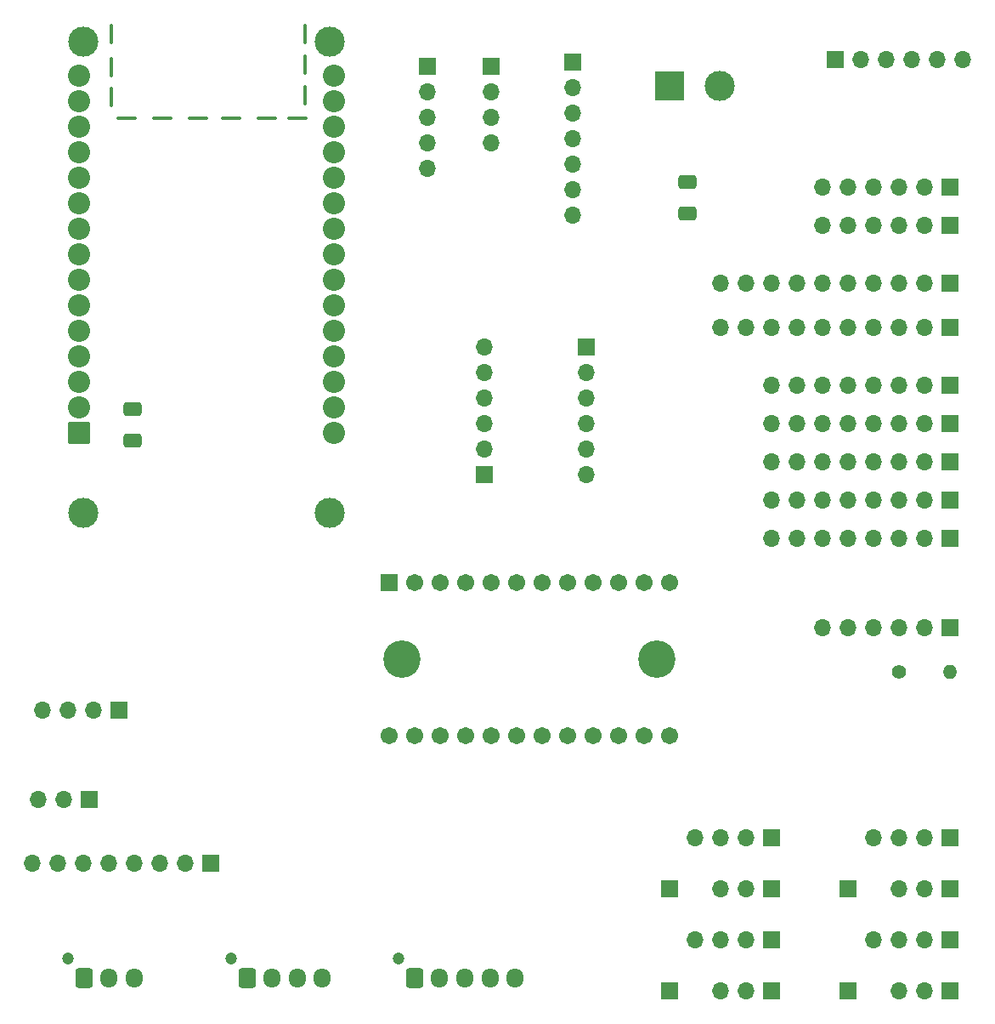
<source format=gbr>
%TF.GenerationSoftware,KiCad,Pcbnew,8.0.3*%
%TF.CreationDate,2024-11-19T22:16:28+01:00*%
%TF.ProjectId,weerstation-main,77656572-7374-4617-9469-6f6e2d6d6169,rev?*%
%TF.SameCoordinates,Original*%
%TF.FileFunction,Soldermask,Top*%
%TF.FilePolarity,Negative*%
%FSLAX46Y46*%
G04 Gerber Fmt 4.6, Leading zero omitted, Abs format (unit mm)*
G04 Created by KiCad (PCBNEW 8.0.3) date 2024-11-19 22:16:28*
%MOMM*%
%LPD*%
G01*
G04 APERTURE LIST*
G04 Aperture macros list*
%AMRoundRect*
0 Rectangle with rounded corners*
0 $1 Rounding radius*
0 $2 $3 $4 $5 $6 $7 $8 $9 X,Y pos of 4 corners*
0 Add a 4 corners polygon primitive as box body*
4,1,4,$2,$3,$4,$5,$6,$7,$8,$9,$2,$3,0*
0 Add four circle primitives for the rounded corners*
1,1,$1+$1,$2,$3*
1,1,$1+$1,$4,$5*
1,1,$1+$1,$6,$7*
1,1,$1+$1,$8,$9*
0 Add four rect primitives between the rounded corners*
20,1,$1+$1,$2,$3,$4,$5,0*
20,1,$1+$1,$4,$5,$6,$7,0*
20,1,$1+$1,$6,$7,$8,$9,0*
20,1,$1+$1,$8,$9,$2,$3,0*%
G04 Aperture macros list end*
%ADD10O,2.000000X0.400000*%
%ADD11C,1.400000*%
%ADD12O,1.400000X1.400000*%
%ADD13O,0.400000X2.000000*%
%ADD14RoundRect,0.250000X0.650000X-0.412500X0.650000X0.412500X-0.650000X0.412500X-0.650000X-0.412500X0*%
%ADD15C,1.200000*%
%ADD16RoundRect,0.250000X-0.600000X-0.725000X0.600000X-0.725000X0.600000X0.725000X-0.600000X0.725000X0*%
%ADD17O,1.700000X1.950000*%
%ADD18R,1.700000X1.700000*%
%ADD19O,1.700000X1.700000*%
%ADD20RoundRect,0.102000X-0.754000X0.754000X-0.754000X-0.754000X0.754000X-0.754000X0.754000X0.754000X0*%
%ADD21C,1.712000*%
%ADD22C,3.720000*%
%ADD23R,3.000000X3.000000*%
%ADD24C,3.000000*%
%ADD25RoundRect,0.102000X-1.000000X-1.000000X1.000000X-1.000000X1.000000X1.000000X-1.000000X1.000000X0*%
%ADD26C,2.204000*%
G04 APERTURE END LIST*
D10*
%TO.C,H7*%
X37592000Y-22352000D03*
%TD*%
D11*
%TO.C,R1*%
X104140000Y-77470000D03*
D12*
X109220000Y-77470000D03*
%TD*%
D10*
%TO.C,H6*%
X41148000Y-22352000D03*
%TD*%
D13*
%TO.C,H12*%
X44958000Y-13970000D03*
%TD*%
%TO.C,H11*%
X44958000Y-17018000D03*
%TD*%
%TO.C,H1*%
X25654000Y-17272000D03*
%TD*%
%TO.C,H2*%
X25654000Y-20252000D03*
%TD*%
D14*
%TO.C,C8*%
X83058000Y-31788500D03*
X83058000Y-28663500D03*
%TD*%
D10*
%TO.C,H8*%
X30734000Y-22352000D03*
%TD*%
D13*
%TO.C,H4*%
X25654000Y-13970000D03*
%TD*%
D10*
%TO.C,H5*%
X34290000Y-22352000D03*
%TD*%
D14*
%TO.C,C1*%
X27787600Y-54415500D03*
X27787600Y-51290500D03*
%TD*%
D10*
%TO.C,H9*%
X44196000Y-22352000D03*
%TD*%
%TO.C,H3*%
X27178000Y-22352000D03*
%TD*%
D13*
%TO.C,H10*%
X44958000Y-20066000D03*
%TD*%
D15*
%TO.C,J2*%
X54280000Y-105950000D03*
D16*
X55880000Y-107950000D03*
D17*
X58380000Y-107950000D03*
X60880000Y-107950000D03*
X63380000Y-107950000D03*
X65880000Y-107950000D03*
%TD*%
D18*
%TO.C,J21*%
X91440000Y-93980000D03*
D19*
X88900000Y-93980000D03*
X86360000Y-93980000D03*
X83820000Y-93980000D03*
%TD*%
D18*
%TO.C,J8*%
X109220000Y-60325000D03*
D19*
X106680000Y-60325000D03*
X104140000Y-60325000D03*
X101600000Y-60325000D03*
X99060000Y-60325000D03*
X96520000Y-60325000D03*
X93980000Y-60325000D03*
X91440000Y-60325000D03*
%TD*%
D18*
%TO.C,J34*%
X62865000Y-57785000D03*
D19*
X62865000Y-55245000D03*
X62865000Y-52705000D03*
X62865000Y-50165000D03*
X62865000Y-47625000D03*
X62865000Y-45085000D03*
%TD*%
D18*
%TO.C,J6*%
X109220000Y-99060000D03*
D19*
X106680000Y-99060000D03*
X104140000Y-99060000D03*
%TD*%
D18*
%TO.C,J4*%
X97790000Y-16510000D03*
D19*
X100330000Y-16510000D03*
X102870000Y-16510000D03*
X105410000Y-16510000D03*
X107950000Y-16510000D03*
X110490000Y-16510000D03*
%TD*%
D18*
%TO.C,J28*%
X23495000Y-90170000D03*
D19*
X20955000Y-90170000D03*
X18415000Y-90170000D03*
%TD*%
D18*
%TO.C,J29*%
X109220000Y-38735000D03*
D19*
X106680000Y-38735000D03*
X104140000Y-38735000D03*
X101600000Y-38735000D03*
X99060000Y-38735000D03*
X96520000Y-38735000D03*
X93980000Y-38735000D03*
X91440000Y-38735000D03*
X88900000Y-38735000D03*
X86360000Y-38735000D03*
%TD*%
D18*
%TO.C,J20*%
X91440000Y-99060000D03*
D19*
X88900000Y-99060000D03*
X86360000Y-99060000D03*
%TD*%
D15*
%TO.C,J32*%
X37592000Y-105950000D03*
D16*
X39192000Y-107950000D03*
D17*
X41692000Y-107950000D03*
X44192000Y-107950000D03*
X46692000Y-107950000D03*
%TD*%
D18*
%TO.C,J31*%
X73025000Y-45085000D03*
D19*
X73025000Y-47625000D03*
X73025000Y-50165000D03*
X73025000Y-52705000D03*
X73025000Y-55245000D03*
X73025000Y-57785000D03*
%TD*%
D18*
%TO.C,J22*%
X81280000Y-109220000D03*
%TD*%
%TO.C,J3*%
X109220000Y-48895000D03*
D19*
X106680000Y-48895000D03*
X104140000Y-48895000D03*
X101600000Y-48895000D03*
X99060000Y-48895000D03*
X96520000Y-48895000D03*
X93980000Y-48895000D03*
X91440000Y-48895000D03*
%TD*%
D18*
%TO.C,J13*%
X109220000Y-109220000D03*
D19*
X106680000Y-109220000D03*
X104140000Y-109220000D03*
%TD*%
D18*
%TO.C,J25*%
X109220000Y-73025000D03*
D19*
X106680000Y-73025000D03*
X104140000Y-73025000D03*
X101600000Y-73025000D03*
X99060000Y-73025000D03*
X96520000Y-73025000D03*
%TD*%
D18*
%TO.C,J30*%
X109220000Y-64135000D03*
D19*
X106680000Y-64135000D03*
X104140000Y-64135000D03*
X101600000Y-64135000D03*
X99060000Y-64135000D03*
X96520000Y-64135000D03*
X93980000Y-64135000D03*
X91440000Y-64135000D03*
%TD*%
D18*
%TO.C,J17*%
X91440000Y-109220000D03*
D19*
X88900000Y-109220000D03*
X86360000Y-109220000D03*
%TD*%
D18*
%TO.C,J24*%
X57150000Y-17150000D03*
D19*
X57150000Y-19690000D03*
X57150000Y-22230000D03*
X57150000Y-24770000D03*
X57150000Y-27310000D03*
%TD*%
D18*
%TO.C,J1*%
X71628000Y-16764000D03*
D19*
X71628000Y-19304000D03*
X71628000Y-21844000D03*
X71628000Y-24384000D03*
X71628000Y-26924000D03*
X71628000Y-29464000D03*
X71628000Y-32004000D03*
%TD*%
D18*
%TO.C,J5*%
X109220000Y-52705000D03*
D19*
X106680000Y-52705000D03*
X104140000Y-52705000D03*
X101600000Y-52705000D03*
X99060000Y-52705000D03*
X96520000Y-52705000D03*
X93980000Y-52705000D03*
X91440000Y-52705000D03*
%TD*%
D18*
%TO.C,J10*%
X109220000Y-33020000D03*
D19*
X106680000Y-33020000D03*
X104140000Y-33020000D03*
X101600000Y-33020000D03*
X99060000Y-33020000D03*
X96520000Y-33020000D03*
%TD*%
D20*
%TO.C,U3*%
X53340000Y-68580000D03*
D21*
X55880000Y-68580000D03*
X58420000Y-68580000D03*
X60960000Y-68580000D03*
X63500000Y-68580000D03*
X66040000Y-68580000D03*
X68580000Y-68580000D03*
X71120000Y-68580000D03*
X73660000Y-68580000D03*
X76200000Y-68580000D03*
X78740000Y-68580000D03*
X81280000Y-68580000D03*
X81280000Y-83820000D03*
X78740000Y-83820000D03*
X76200000Y-83820000D03*
X73660000Y-83820000D03*
X71120000Y-83820000D03*
X68580000Y-83820000D03*
X66040000Y-83820000D03*
X63500000Y-83820000D03*
X60960000Y-83820000D03*
X58420000Y-83820000D03*
X55880000Y-83820000D03*
X53340000Y-83820000D03*
D22*
X54610000Y-76200000D03*
X80010000Y-76200000D03*
%TD*%
D15*
%TO.C,J16*%
X21340000Y-105950000D03*
D16*
X22940000Y-107950000D03*
D17*
X25440000Y-107950000D03*
X27940000Y-107950000D03*
%TD*%
D23*
%TO.C,J35*%
X81280000Y-19117500D03*
D24*
X86280000Y-19117500D03*
%TD*%
D18*
%TO.C,J9*%
X109220000Y-43180000D03*
D19*
X106680000Y-43180000D03*
X104140000Y-43180000D03*
X101600000Y-43180000D03*
X99060000Y-43180000D03*
X96520000Y-43180000D03*
X93980000Y-43180000D03*
X91440000Y-43180000D03*
X88900000Y-43180000D03*
X86360000Y-43180000D03*
%TD*%
D18*
%TO.C,J15*%
X99060000Y-109220000D03*
%TD*%
%TO.C,J7*%
X109220000Y-56515000D03*
D19*
X106680000Y-56515000D03*
X104140000Y-56515000D03*
X101600000Y-56515000D03*
X99060000Y-56515000D03*
X96520000Y-56515000D03*
X93980000Y-56515000D03*
X91440000Y-56515000D03*
%TD*%
D18*
%TO.C,J14*%
X109220000Y-104140000D03*
D19*
X106680000Y-104140000D03*
X104140000Y-104140000D03*
X101600000Y-104140000D03*
%TD*%
D18*
%TO.C,J18*%
X91440000Y-104140000D03*
D19*
X88900000Y-104140000D03*
X86360000Y-104140000D03*
X83820000Y-104140000D03*
%TD*%
D18*
%TO.C,J19*%
X81280000Y-99060000D03*
%TD*%
D24*
%TO.C,U1*%
X22873600Y-14675800D03*
X22873600Y-61625800D03*
X47383600Y-14675800D03*
X47383600Y-61625800D03*
D25*
X22453600Y-53665800D03*
D26*
X22453600Y-51125800D03*
X22453600Y-48585800D03*
X22453600Y-46045800D03*
X22453600Y-43505800D03*
X22453600Y-40965800D03*
X22453600Y-38425800D03*
X22453600Y-35885800D03*
X22453600Y-33345800D03*
X22453600Y-30805800D03*
X22453600Y-28265800D03*
X22453600Y-25725800D03*
X22453600Y-23185800D03*
X22453600Y-20645800D03*
X22453600Y-18105800D03*
X47853600Y-18105800D03*
X47853600Y-20645800D03*
X47853600Y-23185800D03*
X47853600Y-25725800D03*
X47853600Y-28265800D03*
X47853600Y-30805800D03*
X47853600Y-33345800D03*
X47853600Y-35885800D03*
X47853600Y-38425800D03*
X47853600Y-40965800D03*
X47853600Y-43505800D03*
X47853600Y-46045800D03*
X47853600Y-48585800D03*
X47853600Y-51125800D03*
X47853600Y-53665800D03*
%TD*%
D18*
%TO.C,J33*%
X109220000Y-29210000D03*
D19*
X106680000Y-29210000D03*
X104140000Y-29210000D03*
X101600000Y-29210000D03*
X99060000Y-29210000D03*
X96520000Y-29210000D03*
%TD*%
D18*
%TO.C,J27*%
X35560000Y-96520000D03*
D19*
X33020000Y-96520000D03*
X30480000Y-96520000D03*
X27940000Y-96520000D03*
X25400000Y-96520000D03*
X22860000Y-96520000D03*
X20320000Y-96520000D03*
X17780000Y-96520000D03*
%TD*%
D18*
%TO.C,J26*%
X26416000Y-81280000D03*
D19*
X23876000Y-81280000D03*
X21336000Y-81280000D03*
X18796000Y-81280000D03*
%TD*%
D18*
%TO.C,J11*%
X109220000Y-93980000D03*
D19*
X106680000Y-93980000D03*
X104140000Y-93980000D03*
X101600000Y-93980000D03*
%TD*%
D18*
%TO.C,J12*%
X99060000Y-99060000D03*
%TD*%
%TO.C,J23*%
X63500000Y-17150000D03*
D19*
X63500000Y-19690000D03*
X63500000Y-22230000D03*
X63500000Y-24770000D03*
%TD*%
M02*

</source>
